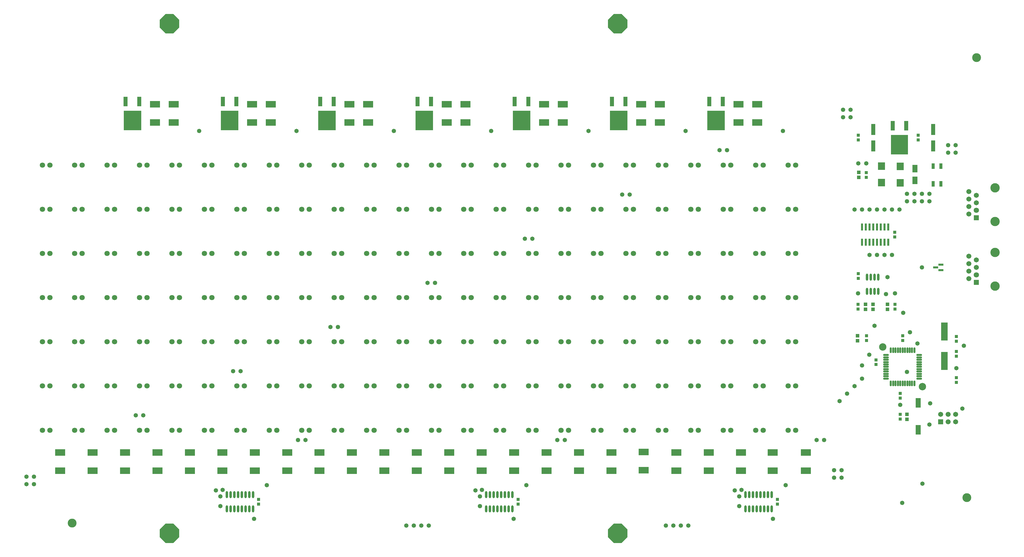
<source format=gts>
%FSLAX24Y24*%
%MOIN*%
G70*
G01*
G75*
G04 Layer_Color=8388736*
%ADD10R,0.1299X0.0787*%
%ADD11O,0.0217X0.0689*%
%ADD12O,0.0689X0.0217*%
%ADD13R,0.0354X0.0354*%
%ADD14C,0.0394*%
%ADD15R,0.2264X0.2559*%
%ADD16R,0.0492X0.1201*%
%ADD17O,0.0236X0.0866*%
%ADD18R,0.0335X0.0335*%
%ADD19R,0.0394X0.0394*%
%ADD20R,0.0630X0.1181*%
%ADD21R,0.0787X0.2362*%
%ADD22R,0.0630X0.0236*%
%ADD23R,0.0472X0.1378*%
%ADD24R,0.0866X0.0925*%
%ADD25R,0.0610X0.0925*%
%ADD26R,0.0335X0.0669*%
%ADD27R,0.2185X0.2559*%
%ADD28R,0.0236X0.0866*%
%ADD29C,0.0150*%
%ADD30C,0.0500*%
%ADD31C,0.0200*%
%ADD32C,0.0300*%
%ADD33C,0.0250*%
%ADD34C,0.0100*%
%ADD35C,0.0630*%
%ADD36C,0.0591*%
%ADD37C,0.0591*%
%ADD38R,0.0591X0.0591*%
%ADD39P,0.2706X8X22.5*%
%ADD40C,0.1161*%
%ADD41R,0.0591X0.0591*%
%ADD42C,0.0500*%
%ADD43C,0.0394*%
%ADD44C,0.0098*%
%ADD45C,0.0236*%
%ADD46C,0.0079*%
%ADD47R,0.1379X0.0867*%
%ADD48O,0.0297X0.0769*%
%ADD49O,0.0769X0.0297*%
%ADD50R,0.0434X0.0434*%
%ADD51C,0.1181*%
%ADD52R,0.2344X0.2639*%
%ADD53R,0.0572X0.1281*%
%ADD54O,0.0316X0.0946*%
%ADD55C,0.0984*%
%ADD56R,0.0415X0.0415*%
%ADD57R,0.0474X0.0474*%
%ADD58R,0.0710X0.1261*%
%ADD59R,0.0867X0.2442*%
%ADD60R,0.0710X0.0316*%
%ADD61R,0.0552X0.1458*%
%ADD62R,0.0946X0.1005*%
%ADD63R,0.0690X0.1005*%
%ADD64R,0.0415X0.0749*%
%ADD65R,0.2265X0.2639*%
%ADD66R,0.0316X0.0946*%
%ADD67C,0.0710*%
%ADD68C,0.0671*%
%ADD69C,0.0671*%
%ADD70R,0.0671X0.0671*%
%ADD71P,0.2793X8X22.5*%
%ADD72C,0.1241*%
%ADD73R,0.0671X0.0671*%
%ADD74C,0.0580*%
D47*
X149606Y17214D02*
D03*
Y19655D02*
D03*
X127608Y66170D02*
D03*
Y63730D02*
D03*
X114616Y66170D02*
D03*
Y63730D02*
D03*
X101624Y66170D02*
D03*
Y63730D02*
D03*
X88631Y66170D02*
D03*
Y63730D02*
D03*
X75639Y66170D02*
D03*
Y63730D02*
D03*
X62647Y66170D02*
D03*
Y63730D02*
D03*
X130108Y63730D02*
D03*
X117116D02*
D03*
X104124D02*
D03*
X91131D02*
D03*
X78139D02*
D03*
X65147Y63730D02*
D03*
Y66170D02*
D03*
X78139Y66170D02*
D03*
X91131D02*
D03*
X104124D02*
D03*
X117116D02*
D03*
X130108D02*
D03*
X93307Y17214D02*
D03*
X97638D02*
D03*
X101968D02*
D03*
X106299D02*
D03*
X110630D02*
D03*
X114961D02*
D03*
Y19655D02*
D03*
X110630D02*
D03*
X106299D02*
D03*
X101968D02*
D03*
X97638D02*
D03*
X93307D02*
D03*
X50000Y17214D02*
D03*
X54331D02*
D03*
X58661D02*
D03*
X62992D02*
D03*
X67323D02*
D03*
X71654D02*
D03*
X75984D02*
D03*
X80315D02*
D03*
X84646D02*
D03*
X88976D02*
D03*
Y19655D02*
D03*
X84646D02*
D03*
X80315D02*
D03*
X75984D02*
D03*
X71654D02*
D03*
X67323D02*
D03*
X62992D02*
D03*
X58661D02*
D03*
X54331D02*
D03*
X50000D02*
D03*
X140600Y66170D02*
D03*
Y63730D02*
D03*
X143100Y63730D02*
D03*
Y66170D02*
D03*
X119291Y19655D02*
D03*
X123622D02*
D03*
X132283Y17214D02*
D03*
Y19655D02*
D03*
X119291Y17214D02*
D03*
X123622D02*
D03*
X127931Y17269D02*
D03*
Y19710D02*
D03*
X136614Y17214D02*
D03*
Y19655D02*
D03*
X140945Y17214D02*
D03*
Y19655D02*
D03*
X145174Y17213D02*
D03*
Y19654D02*
D03*
D48*
X162518Y28867D02*
D03*
X162203D02*
D03*
X161888D02*
D03*
X160943Y33315D02*
D03*
X162203D02*
D03*
X162518D02*
D03*
X163463D02*
D03*
X163778D02*
D03*
X164093D02*
D03*
X163148D02*
D03*
X162833D02*
D03*
X161888D02*
D03*
X161573D02*
D03*
X161258D02*
D03*
X160943Y28867D02*
D03*
X161258D02*
D03*
X161573D02*
D03*
X162833D02*
D03*
X163148D02*
D03*
X163463D02*
D03*
X163778D02*
D03*
X164093D02*
D03*
D49*
X160294Y29516D02*
D03*
Y29831D02*
D03*
Y30146D02*
D03*
Y30461D02*
D03*
Y31091D02*
D03*
Y31406D02*
D03*
X164743Y32666D02*
D03*
Y32351D02*
D03*
Y32036D02*
D03*
Y31721D02*
D03*
Y31406D02*
D03*
Y31091D02*
D03*
Y30776D02*
D03*
Y30461D02*
D03*
Y30146D02*
D03*
Y29831D02*
D03*
Y29516D02*
D03*
X160294Y32666D02*
D03*
Y32351D02*
D03*
Y32036D02*
D03*
Y31721D02*
D03*
Y30776D02*
D03*
D50*
X156607Y61406D02*
D03*
Y62035D02*
D03*
X164607Y61406D02*
D03*
Y62035D02*
D03*
X162207Y26906D02*
D03*
Y27535D02*
D03*
X76505Y12745D02*
D03*
Y13375D02*
D03*
X111150Y12745D02*
D03*
Y13375D02*
D03*
X145796Y12745D02*
D03*
Y13375D02*
D03*
X162207Y24106D02*
D03*
Y24735D02*
D03*
X169707Y35135D02*
D03*
Y34506D02*
D03*
Y29006D02*
D03*
Y29635D02*
D03*
X162518Y34620D02*
D03*
Y35250D02*
D03*
X169707Y32506D02*
D03*
Y33135D02*
D03*
X158976Y31392D02*
D03*
X161450Y48435D02*
D03*
Y49065D02*
D03*
X158976Y32022D02*
D03*
X156600Y42906D02*
D03*
Y43535D02*
D03*
D51*
X172400Y72400D02*
D03*
X171100Y13600D02*
D03*
X51600Y10200D02*
D03*
D52*
X124608Y64005D02*
D03*
X111616D02*
D03*
X98624D02*
D03*
X85631D02*
D03*
X72639Y64005D02*
D03*
X59647D02*
D03*
X137600Y64005D02*
D03*
D53*
X125513Y66544D02*
D03*
X112521D02*
D03*
X99529D02*
D03*
X86537D02*
D03*
X73545Y66544D02*
D03*
X60553D02*
D03*
X58742D02*
D03*
X71734D02*
D03*
X84726Y66544D02*
D03*
X97718D02*
D03*
X110710D02*
D03*
X123702D02*
D03*
X138506D02*
D03*
X136694D02*
D03*
X161206Y63315D02*
D03*
X163009D02*
D03*
D54*
X110400Y12115D02*
D03*
X109900D02*
D03*
X108400D02*
D03*
X107900D02*
D03*
X107400D02*
D03*
X106900D02*
D03*
Y14005D02*
D03*
X107900D02*
D03*
X108400D02*
D03*
X108900D02*
D03*
X109400D02*
D03*
X109900D02*
D03*
X109400Y12115D02*
D03*
X108900D02*
D03*
X110400Y14005D02*
D03*
X107400D02*
D03*
X75755Y12115D02*
D03*
X75255D02*
D03*
X74755D02*
D03*
X74255D02*
D03*
X73755D02*
D03*
X73255D02*
D03*
X72755D02*
D03*
X72255D02*
D03*
Y14005D02*
D03*
X72755D02*
D03*
X73255D02*
D03*
X73755D02*
D03*
X74255D02*
D03*
X74755D02*
D03*
X75255D02*
D03*
X75755D02*
D03*
X145046Y12115D02*
D03*
X144046D02*
D03*
X143546D02*
D03*
X143046D02*
D03*
X142546D02*
D03*
X141546D02*
D03*
Y14005D02*
D03*
X142046D02*
D03*
X142546D02*
D03*
X143046D02*
D03*
X143546D02*
D03*
X144046D02*
D03*
X145046D02*
D03*
X144546D02*
D03*
X142046Y12115D02*
D03*
X144546D02*
D03*
X157757Y43065D02*
D03*
X159257Y41176D02*
D03*
X158757D02*
D03*
X158257D02*
D03*
X157757D02*
D03*
X159257Y43065D02*
D03*
X158757D02*
D03*
X158257D02*
D03*
D55*
X159867Y33750D02*
D03*
X165177Y28430D02*
D03*
D56*
X157707Y34606D02*
D03*
Y35235D02*
D03*
X156557Y39435D02*
D03*
X161507Y39435D02*
D03*
X156557Y38806D02*
D03*
X161507Y38806D02*
D03*
X157657Y57035D02*
D03*
Y56406D02*
D03*
D57*
X163107Y24086D02*
D03*
Y24755D02*
D03*
X156507Y34586D02*
D03*
Y35255D02*
D03*
X157557Y39455D02*
D03*
X160507Y39455D02*
D03*
X157557Y38786D02*
D03*
X160507Y38786D02*
D03*
X158557Y39455D02*
D03*
Y38786D02*
D03*
X156677Y56406D02*
D03*
Y57075D02*
D03*
D58*
X164607Y22670D02*
D03*
Y26285D02*
D03*
D59*
X168107Y31870D02*
D03*
Y35807D02*
D03*
D60*
X167633Y43996D02*
D03*
Y44744D02*
D03*
X166924Y44370D02*
D03*
D61*
X158607Y62820D02*
D03*
X166607Y62820D02*
D03*
Y60620D02*
D03*
X158607Y60620D02*
D03*
D62*
X159707Y57920D02*
D03*
X162207Y57873D02*
D03*
Y55668D02*
D03*
X159707Y55716D02*
D03*
D63*
X164157Y56020D02*
D03*
Y57576D02*
D03*
D64*
X166581Y55539D02*
D03*
X167633D02*
D03*
Y57902D02*
D03*
X166581D02*
D03*
D65*
X162107Y60776D02*
D03*
D66*
X157100Y47726D02*
D03*
X157600D02*
D03*
X158100D02*
D03*
X158600D02*
D03*
X159100D02*
D03*
X159600D02*
D03*
X160100D02*
D03*
X160600D02*
D03*
X157100Y49774D02*
D03*
X157600D02*
D03*
X158100D02*
D03*
X158600D02*
D03*
X159100D02*
D03*
X159600D02*
D03*
X160100D02*
D03*
X160600D02*
D03*
D67*
X61606Y22622D02*
D03*
X60606D02*
D03*
X74598Y28528D02*
D03*
X73598D02*
D03*
X87590Y34433D02*
D03*
X86590D02*
D03*
X100582Y40339D02*
D03*
X99582D02*
D03*
X112574Y46244D02*
D03*
X113574D02*
D03*
X126566Y52150D02*
D03*
X125566D02*
D03*
X143889Y58055D02*
D03*
X142889D02*
D03*
X142889Y52150D02*
D03*
X143889D02*
D03*
X143889Y46244D02*
D03*
X142889D02*
D03*
Y40339D02*
D03*
X143889D02*
D03*
Y34433D02*
D03*
X142889D02*
D03*
Y28528D02*
D03*
X143889D02*
D03*
Y22622D02*
D03*
X142889D02*
D03*
X138559Y58055D02*
D03*
X139559D02*
D03*
X148220Y28528D02*
D03*
X147220D02*
D03*
Y34433D02*
D03*
X148220D02*
D03*
Y40339D02*
D03*
X147220D02*
D03*
X147220Y46244D02*
D03*
X148220D02*
D03*
X148220Y52150D02*
D03*
X147220D02*
D03*
Y58055D02*
D03*
X148220D02*
D03*
X122236Y52150D02*
D03*
X121236D02*
D03*
X112574Y28528D02*
D03*
X113574D02*
D03*
X139559Y22622D02*
D03*
X138559D02*
D03*
Y34433D02*
D03*
X139559D02*
D03*
Y40339D02*
D03*
X138559D02*
D03*
Y46244D02*
D03*
X139559D02*
D03*
Y52150D02*
D03*
X138559D02*
D03*
X134228Y22622D02*
D03*
X135228D02*
D03*
Y28528D02*
D03*
X134228D02*
D03*
Y34433D02*
D03*
X135228D02*
D03*
Y40339D02*
D03*
X134228D02*
D03*
Y46244D02*
D03*
X135228D02*
D03*
X135228Y52150D02*
D03*
X134228D02*
D03*
X134228Y58055D02*
D03*
X135228D02*
D03*
X130897Y22622D02*
D03*
X129897D02*
D03*
Y28528D02*
D03*
X130897D02*
D03*
Y34433D02*
D03*
X129897D02*
D03*
Y46244D02*
D03*
X130897D02*
D03*
Y52150D02*
D03*
X129897D02*
D03*
Y58055D02*
D03*
X130897D02*
D03*
X126566Y22622D02*
D03*
X125566D02*
D03*
Y28528D02*
D03*
X126566D02*
D03*
Y34433D02*
D03*
X125566D02*
D03*
Y40339D02*
D03*
X126566D02*
D03*
Y46244D02*
D03*
X125566D02*
D03*
X122236Y22622D02*
D03*
X121236D02*
D03*
Y28528D02*
D03*
X122236D02*
D03*
Y34433D02*
D03*
X121236D02*
D03*
Y40339D02*
D03*
X122236D02*
D03*
Y46244D02*
D03*
X121236D02*
D03*
Y58055D02*
D03*
X122236D02*
D03*
X117905Y22622D02*
D03*
X116905D02*
D03*
Y28528D02*
D03*
X117905D02*
D03*
Y34433D02*
D03*
X116905D02*
D03*
Y40339D02*
D03*
X117905D02*
D03*
Y46244D02*
D03*
X116905D02*
D03*
Y52150D02*
D03*
X117905D02*
D03*
Y58055D02*
D03*
X116905D02*
D03*
X112574Y22622D02*
D03*
X113574D02*
D03*
Y34433D02*
D03*
X112574D02*
D03*
Y40339D02*
D03*
X113574D02*
D03*
X112574Y52150D02*
D03*
X113574D02*
D03*
Y58055D02*
D03*
X112574D02*
D03*
X108244Y22622D02*
D03*
X109244D02*
D03*
Y28528D02*
D03*
X108244D02*
D03*
Y34433D02*
D03*
X109244D02*
D03*
Y40339D02*
D03*
X108244D02*
D03*
Y46244D02*
D03*
X109244D02*
D03*
Y58055D02*
D03*
X108244D02*
D03*
X103913Y22622D02*
D03*
X104913D02*
D03*
Y28528D02*
D03*
X103913D02*
D03*
Y34433D02*
D03*
X104913D02*
D03*
Y40339D02*
D03*
X103913D02*
D03*
Y46244D02*
D03*
X104913D02*
D03*
Y52150D02*
D03*
X103913D02*
D03*
Y58055D02*
D03*
X104913D02*
D03*
X100582Y22622D02*
D03*
X99582D02*
D03*
Y28528D02*
D03*
X100582D02*
D03*
Y34433D02*
D03*
X99582D02*
D03*
X100582Y46244D02*
D03*
X99582D02*
D03*
Y52150D02*
D03*
X100582D02*
D03*
Y58055D02*
D03*
X99582D02*
D03*
X95251Y22622D02*
D03*
X96251D02*
D03*
Y28528D02*
D03*
X95251D02*
D03*
Y34433D02*
D03*
X96251D02*
D03*
Y40339D02*
D03*
X95251D02*
D03*
Y46244D02*
D03*
X96251D02*
D03*
Y52150D02*
D03*
X95251D02*
D03*
Y58055D02*
D03*
X96251D02*
D03*
X91921Y22622D02*
D03*
X90921D02*
D03*
Y28528D02*
D03*
X91921D02*
D03*
Y34433D02*
D03*
X90921D02*
D03*
Y40339D02*
D03*
X91921D02*
D03*
Y46244D02*
D03*
X90921D02*
D03*
Y52150D02*
D03*
X91921D02*
D03*
Y58055D02*
D03*
X90921D02*
D03*
X86590Y22622D02*
D03*
X87590D02*
D03*
Y28528D02*
D03*
X86590D02*
D03*
X87590Y40339D02*
D03*
X86590D02*
D03*
Y46244D02*
D03*
X87590D02*
D03*
Y52150D02*
D03*
X86590D02*
D03*
Y58055D02*
D03*
X87590D02*
D03*
X83259Y22622D02*
D03*
X82259D02*
D03*
Y28528D02*
D03*
X83259D02*
D03*
Y34433D02*
D03*
X82259D02*
D03*
Y40339D02*
D03*
X83259D02*
D03*
Y46244D02*
D03*
X82259D02*
D03*
Y52150D02*
D03*
X83259D02*
D03*
Y58055D02*
D03*
X82259D02*
D03*
X77929Y22622D02*
D03*
X78929D02*
D03*
Y28528D02*
D03*
X77929D02*
D03*
Y34433D02*
D03*
X78929D02*
D03*
Y40339D02*
D03*
X77929D02*
D03*
Y46244D02*
D03*
X78929D02*
D03*
Y52150D02*
D03*
X77929D02*
D03*
Y58055D02*
D03*
X78929D02*
D03*
X74598Y22622D02*
D03*
X73598D02*
D03*
X74598Y34433D02*
D03*
X73598D02*
D03*
Y40339D02*
D03*
X74598D02*
D03*
Y46244D02*
D03*
X73598D02*
D03*
Y52150D02*
D03*
X74598D02*
D03*
Y58055D02*
D03*
X73598D02*
D03*
X69267Y22622D02*
D03*
X70267D02*
D03*
Y28528D02*
D03*
X69267D02*
D03*
Y34433D02*
D03*
X70267D02*
D03*
Y40339D02*
D03*
X69267D02*
D03*
Y46244D02*
D03*
X70267D02*
D03*
Y52150D02*
D03*
X69267D02*
D03*
Y58055D02*
D03*
X70267D02*
D03*
X65937Y22622D02*
D03*
X64937D02*
D03*
Y28528D02*
D03*
X65937D02*
D03*
Y34433D02*
D03*
X64937D02*
D03*
Y40339D02*
D03*
X65937D02*
D03*
Y46244D02*
D03*
X64937D02*
D03*
Y52150D02*
D03*
X65937D02*
D03*
Y58055D02*
D03*
X64937D02*
D03*
X61606Y28528D02*
D03*
X60606D02*
D03*
Y34433D02*
D03*
X61606D02*
D03*
Y40339D02*
D03*
X60606D02*
D03*
Y46244D02*
D03*
X61606D02*
D03*
Y52150D02*
D03*
X60606D02*
D03*
Y58055D02*
D03*
X61606D02*
D03*
X57275Y22622D02*
D03*
X56275D02*
D03*
Y28528D02*
D03*
X57275D02*
D03*
Y34433D02*
D03*
X56275D02*
D03*
Y40339D02*
D03*
X57275D02*
D03*
Y46244D02*
D03*
X56275D02*
D03*
Y52150D02*
D03*
X57275D02*
D03*
Y58055D02*
D03*
X56275D02*
D03*
X51944Y22622D02*
D03*
X52944D02*
D03*
Y28528D02*
D03*
X51944D02*
D03*
Y34433D02*
D03*
X52944D02*
D03*
Y40339D02*
D03*
X51944D02*
D03*
Y46244D02*
D03*
X52944D02*
D03*
Y52150D02*
D03*
X51944D02*
D03*
Y58055D02*
D03*
X52944D02*
D03*
X48614Y22622D02*
D03*
X47614D02*
D03*
Y28528D02*
D03*
X48614D02*
D03*
Y34433D02*
D03*
X47614D02*
D03*
Y40339D02*
D03*
X48614D02*
D03*
Y46244D02*
D03*
X47614D02*
D03*
Y52150D02*
D03*
X48614D02*
D03*
Y58055D02*
D03*
X47614D02*
D03*
X108244Y52150D02*
D03*
X109244D02*
D03*
X139559Y28528D02*
D03*
X138559D02*
D03*
X147220Y22622D02*
D03*
X148220D02*
D03*
X130897Y40339D02*
D03*
X129897D02*
D03*
X125566Y58055D02*
D03*
X126566D02*
D03*
X172357Y43370D02*
D03*
X172357Y52004D02*
D03*
D68*
X169607Y24755D02*
D03*
X168607Y23755D02*
D03*
X171357Y44870D02*
D03*
Y43870D02*
D03*
X172357Y44370D02*
D03*
X171357Y53504D02*
D03*
Y52504D02*
D03*
Y51504D02*
D03*
X172357Y54004D02*
D03*
X171357Y54504D02*
D03*
X171357Y42870D02*
D03*
X172357Y45370D02*
D03*
X171357Y45870D02*
D03*
D69*
X169607Y23755D02*
D03*
X168607Y24755D02*
D03*
X167607D02*
D03*
X172357Y53004D02*
D03*
D70*
X167607Y23755D02*
D03*
D71*
X64607Y8843D02*
D03*
X124449D02*
D03*
Y76953D02*
D03*
X64607D02*
D03*
D72*
X174857Y41870D02*
D03*
Y46370D02*
D03*
X174857Y50504D02*
D03*
Y55004D02*
D03*
D73*
X172357Y51004D02*
D03*
X172357Y42370D02*
D03*
D74*
X99234Y9860D02*
D03*
X96241Y9880D02*
D03*
X98234Y9860D02*
D03*
X97234D02*
D03*
X131880Y9860D02*
D03*
X132880D02*
D03*
X130887Y9880D02*
D03*
X133880Y9860D02*
D03*
X166080Y23370D02*
D03*
X45510Y15400D02*
D03*
X46510D02*
D03*
Y16400D02*
D03*
X45510D02*
D03*
X153360Y16290D02*
D03*
X154360D02*
D03*
Y17290D02*
D03*
X153360D02*
D03*
X71689Y14640D02*
D03*
X106334D02*
D03*
X140980Y14640D02*
D03*
X163100Y30420D02*
D03*
X60098Y24594D02*
D03*
X61098D02*
D03*
X73090Y30500D02*
D03*
X74090D02*
D03*
X86083Y36405D02*
D03*
X87083D02*
D03*
X99075Y42311D02*
D03*
X100075D02*
D03*
X112067Y48216D02*
D03*
X113067D02*
D03*
X125059Y54122D02*
D03*
X126059D02*
D03*
X81570Y62600D02*
D03*
X94563D02*
D03*
X120547D02*
D03*
X133539D02*
D03*
X107555D02*
D03*
X68578D02*
D03*
X110550Y10760D02*
D03*
X106059Y12486D02*
D03*
X112259Y15286D02*
D03*
X106059Y13786D02*
D03*
X71413D02*
D03*
Y12486D02*
D03*
X75905Y10760D02*
D03*
X77613Y15286D02*
D03*
X82749Y21300D02*
D03*
X81749D02*
D03*
X70813Y14586D02*
D03*
X117394Y21300D02*
D03*
X116394D02*
D03*
X105459Y14586D02*
D03*
X146531Y62600D02*
D03*
X139051Y60027D02*
D03*
X138051D02*
D03*
X140705Y13786D02*
D03*
X146905Y15286D02*
D03*
X145196Y10760D02*
D03*
X140705Y12486D02*
D03*
X140105Y14586D02*
D03*
X170481Y25496D02*
D03*
X165150Y15490D02*
D03*
X162207Y26020D02*
D03*
X160307Y40820D02*
D03*
X162607Y38320D02*
D03*
X158050Y32700D02*
D03*
X164507Y34220D02*
D03*
X166100Y54200D02*
D03*
X163107Y54220D02*
D03*
Y53220D02*
D03*
X166100Y53200D02*
D03*
X165100Y54200D02*
D03*
X164100D02*
D03*
Y53200D02*
D03*
X165100D02*
D03*
X166207Y26220D02*
D03*
X170707Y33920D02*
D03*
X169707Y30920D02*
D03*
X157080Y31280D02*
D03*
X163507Y35720D02*
D03*
X158750Y36570D02*
D03*
X168607Y60720D02*
D03*
X169607D02*
D03*
Y59720D02*
D03*
X168607D02*
D03*
X156607Y58270D02*
D03*
X165107Y44370D02*
D03*
X156557Y40920D02*
D03*
X161507D02*
D03*
X157657Y58270D02*
D03*
X160507Y43070D02*
D03*
X161607Y60220D02*
D03*
Y61220D02*
D03*
X162607Y60220D02*
D03*
Y61220D02*
D03*
X156100Y28500D02*
D03*
X155100Y27500D02*
D03*
X154100Y26500D02*
D03*
X157100Y29500D02*
D03*
X162100Y52100D02*
D03*
X161100D02*
D03*
X160100D02*
D03*
X159100D02*
D03*
X158100D02*
D03*
X157100D02*
D03*
X156100D02*
D03*
X161100Y46053D02*
D03*
X160100D02*
D03*
X159100D02*
D03*
X158100D02*
D03*
X151040Y21300D02*
D03*
X152040D02*
D03*
X154550Y64450D02*
D03*
X155550D02*
D03*
Y65450D02*
D03*
X154550D02*
D03*
X162450Y12900D02*
D03*
M02*

</source>
